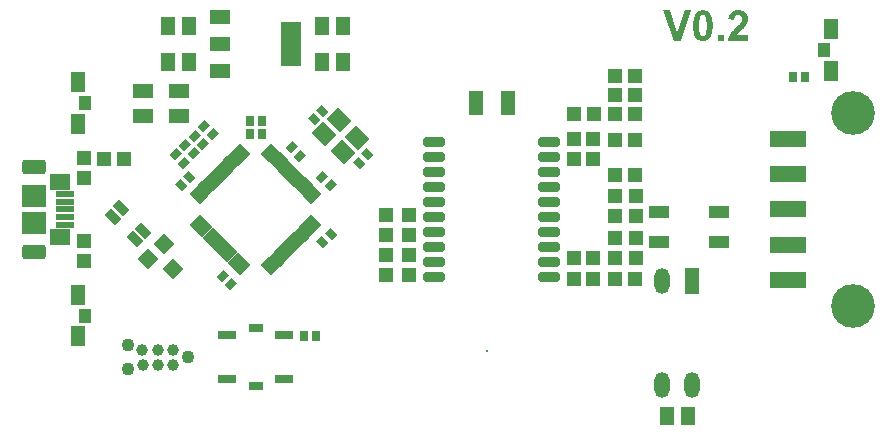
<source format=gts>
G04 Layer_Color=8388736*
%FSLAX44Y44*%
%MOMM*%
G71*
G01*
G75*
G04:AMPARAMS|DCode=54|XSize=0.8382mm|YSize=0.7032mm|CornerRadius=0mm|HoleSize=0mm|Usage=FLASHONLY|Rotation=225.000|XOffset=0mm|YOffset=0mm|HoleType=Round|Shape=Rectangle|*
%AMROTATEDRECTD54*
4,1,4,0.0477,0.5450,0.5450,0.0477,-0.0477,-0.5450,-0.5450,-0.0477,0.0477,0.5450,0.0*
%
%ADD54ROTATEDRECTD54*%

G04:AMPARAMS|DCode=55|XSize=0.8382mm|YSize=0.7032mm|CornerRadius=0mm|HoleSize=0mm|Usage=FLASHONLY|Rotation=315.000|XOffset=0mm|YOffset=0mm|HoleType=Round|Shape=Rectangle|*
%AMROTATEDRECTD55*
4,1,4,-0.5450,0.0477,-0.0477,0.5450,0.5450,-0.0477,0.0477,-0.5450,-0.5450,0.0477,0.0*
%
%ADD55ROTATEDRECTD55*%

%ADD56R,0.7032X0.8382*%
%ADD57R,1.2032X1.3032*%
%ADD58R,1.3032X1.2032*%
%ADD59R,1.3032X1.6032*%
%ADD60P,1.7016X4X270.0*%
%ADD61R,1.7032X1.3032*%
G04:AMPARAMS|DCode=62|XSize=0.5232mm|YSize=1.2032mm|CornerRadius=0mm|HoleSize=0mm|Usage=FLASHONLY|Rotation=315.000|XOffset=0mm|YOffset=0mm|HoleType=Round|Shape=Rectangle|*
%AMROTATEDRECTD62*
4,1,4,-0.6104,-0.2404,0.2404,0.6104,0.6104,0.2404,-0.2404,-0.6104,-0.6104,-0.2404,0.0*
%
%ADD62ROTATEDRECTD62*%

G04:AMPARAMS|DCode=63|XSize=0.5232mm|YSize=1.2032mm|CornerRadius=0mm|HoleSize=0mm|Usage=FLASHONLY|Rotation=225.000|XOffset=0mm|YOffset=0mm|HoleType=Round|Shape=Rectangle|*
%AMROTATEDRECTD63*
4,1,4,-0.2404,0.6104,0.6104,-0.2404,0.2404,-0.6104,-0.6104,0.2404,-0.2404,0.6104,0.0*
%
%ADD63ROTATEDRECTD63*%

G04:AMPARAMS|DCode=64|XSize=1.8532mm|YSize=0.8032mm|CornerRadius=0.1616mm|HoleSize=0mm|Usage=FLASHONLY|Rotation=0.000|XOffset=0mm|YOffset=0mm|HoleType=Round|Shape=RoundedRectangle|*
%AMROUNDEDRECTD64*
21,1,1.8532,0.4800,0,0,0.0*
21,1,1.5300,0.8032,0,0,0.0*
1,1,0.3232,0.7650,-0.2400*
1,1,0.3232,-0.7650,-0.2400*
1,1,0.3232,-0.7650,0.2400*
1,1,0.3232,0.7650,0.2400*
%
%ADD64ROUNDEDRECTD64*%
%ADD65R,2.1032X1.9532*%
%ADD66R,1.6032X0.6032*%
%ADD67R,1.6532X1.3532*%
%ADD68R,1.2032X0.6532*%
%ADD69R,1.6032X0.8032*%
%ADD70R,3.1232X1.4732*%
%ADD71O,1.3032X2.2032*%
%ADD72R,1.3032X2.2032*%
%ADD73C,0.9932*%
%ADD74R,1.7032X1.0532*%
G04:AMPARAMS|DCode=75|XSize=0.8032mm|YSize=1.3032mm|CornerRadius=0mm|HoleSize=0mm|Usage=FLASHONLY|Rotation=45.000|XOffset=0mm|YOffset=0mm|HoleType=Round|Shape=Rectangle|*
%AMROTATEDRECTD75*
4,1,4,0.1768,-0.7447,-0.7447,0.1768,-0.1768,0.7447,0.7447,-0.1768,0.1768,-0.7447,0.0*
%
%ADD75ROTATEDRECTD75*%

%ADD76R,1.2032X1.7032*%
%ADD77R,1.1032X1.2032*%
%ADD78R,1.3032X2.0032*%
%ADD79R,1.8032X3.7032*%
%ADD80R,1.8032X1.2032*%
G04:AMPARAMS|DCode=81|XSize=1.6032mm|YSize=1.4032mm|CornerRadius=0mm|HoleSize=0mm|Usage=FLASHONLY|Rotation=135.000|XOffset=0mm|YOffset=0mm|HoleType=Round|Shape=Rectangle|*
%AMROTATEDRECTD81*
4,1,4,1.0629,-0.0707,0.0707,-1.0629,-1.0629,0.0707,-0.0707,1.0629,1.0629,-0.0707,0.0*
%
%ADD81ROTATEDRECTD81*%

%ADD82C,0.2032*%
G04:AMPARAMS|DCode=83|XSize=2.1032mm|YSize=1.2532mm|CornerRadius=0.3641mm|HoleSize=0mm|Usage=FLASHONLY|Rotation=0.000|XOffset=0mm|YOffset=0mm|HoleType=Round|Shape=RoundedRectangle|*
%AMROUNDEDRECTD83*
21,1,2.1032,0.5250,0,0,0.0*
21,1,1.3750,1.2532,0,0,0.0*
1,1,0.7282,0.6875,-0.2625*
1,1,0.7282,-0.6875,-0.2625*
1,1,0.7282,-0.6875,0.2625*
1,1,0.7282,0.6875,0.2625*
%
%ADD83ROUNDEDRECTD83*%
%ADD84C,3.7032*%
%ADD85C,1.1032*%
G36*
X596291Y143000D02*
X591366D01*
Y147925D01*
X596291D01*
Y143000D01*
D02*
G37*
G36*
X579330Y168738D02*
X579626Y168701D01*
X579996Y168627D01*
X580367Y168553D01*
X580811Y168442D01*
X581292Y168294D01*
X581737Y168109D01*
X582218Y167923D01*
X582700Y167664D01*
X583181Y167331D01*
X583663Y166998D01*
X584107Y166590D01*
X584514Y166109D01*
X584552Y166072D01*
X584626Y165961D01*
X584737Y165775D01*
X584922Y165516D01*
X585107Y165146D01*
X585329Y164701D01*
X585551Y164220D01*
X585774Y163591D01*
X585996Y162924D01*
X586255Y162146D01*
X586440Y161294D01*
X586625Y160331D01*
X586810Y159295D01*
X586922Y158184D01*
X586996Y156961D01*
X587033Y155628D01*
Y155591D01*
Y155554D01*
Y155443D01*
Y155295D01*
Y154925D01*
X586996Y154443D01*
X586959Y153851D01*
X586885Y153147D01*
X586810Y152406D01*
X586736Y151592D01*
X586588Y150740D01*
X586403Y149851D01*
X586218Y148999D01*
X585959Y148148D01*
X585700Y147296D01*
X585329Y146518D01*
X584959Y145778D01*
X584514Y145148D01*
X584477Y145111D01*
X584403Y145037D01*
X584292Y144889D01*
X584144Y144741D01*
X583922Y144555D01*
X583663Y144333D01*
X583329Y144074D01*
X582996Y143852D01*
X582589Y143593D01*
X582181Y143333D01*
X581700Y143111D01*
X581181Y142926D01*
X580626Y142778D01*
X579996Y142630D01*
X579367Y142556D01*
X578700Y142519D01*
X578552D01*
X578330Y142556D01*
X578071D01*
X577774Y142593D01*
X577404Y142667D01*
X576997Y142741D01*
X576552Y142889D01*
X576071Y143037D01*
X575589Y143222D01*
X575071Y143444D01*
X574590Y143741D01*
X574071Y144037D01*
X573590Y144444D01*
X573108Y144852D01*
X572664Y145370D01*
X572627Y145407D01*
X572553Y145518D01*
X572442Y145703D01*
X572331Y145926D01*
X572145Y146259D01*
X571960Y146666D01*
X571738Y147185D01*
X571553Y147740D01*
X571331Y148407D01*
X571108Y149148D01*
X570923Y149999D01*
X570775Y150925D01*
X570627Y151962D01*
X570516Y153110D01*
X570442Y154332D01*
X570405Y155665D01*
Y155702D01*
Y155739D01*
Y155850D01*
Y155999D01*
Y156369D01*
X570442Y156850D01*
X570479Y157443D01*
X570553Y158147D01*
X570627Y158887D01*
X570701Y159702D01*
X570849Y160554D01*
X570997Y161406D01*
X571219Y162294D01*
X571442Y163146D01*
X571738Y163961D01*
X572071Y164739D01*
X572442Y165479D01*
X572886Y166109D01*
X572923Y166146D01*
X572997Y166220D01*
X573108Y166368D01*
X573293Y166516D01*
X573479Y166738D01*
X573738Y166961D01*
X574071Y167183D01*
X574404Y167442D01*
X574812Y167701D01*
X575219Y167923D01*
X575700Y168146D01*
X576219Y168368D01*
X576774Y168516D01*
X577404Y168664D01*
X578034Y168738D01*
X578700Y168775D01*
X579071D01*
X579330Y168738D01*
D02*
G37*
G36*
X609364D02*
X609697Y168701D01*
X610067Y168664D01*
X610475Y168590D01*
X610919Y168516D01*
X611882Y168257D01*
X612845Y167886D01*
X613363Y167664D01*
X613808Y167405D01*
X614289Y167072D01*
X614697Y166701D01*
X614734Y166664D01*
X614808Y166627D01*
X614882Y166479D01*
X615030Y166331D01*
X615215Y166146D01*
X615400Y165886D01*
X615585Y165627D01*
X615807Y165294D01*
X616178Y164553D01*
X616548Y163702D01*
X616696Y163220D01*
X616770Y162702D01*
X616844Y162146D01*
X616881Y161591D01*
Y161517D01*
Y161294D01*
X616844Y160961D01*
X616807Y160554D01*
X616733Y160035D01*
X616622Y159480D01*
X616474Y158887D01*
X616252Y158295D01*
X616215Y158221D01*
X616141Y158035D01*
X615993Y157702D01*
X615770Y157295D01*
X615511Y156813D01*
X615178Y156258D01*
X614771Y155665D01*
X614289Y155036D01*
X614252Y154999D01*
X614104Y154814D01*
X613882Y154554D01*
X613549Y154184D01*
X613104Y153740D01*
X612549Y153147D01*
X611882Y152517D01*
X611067Y151740D01*
X611030Y151703D01*
X610956Y151666D01*
X610845Y151555D01*
X610697Y151406D01*
X610289Y151036D01*
X609808Y150592D01*
X609327Y150110D01*
X608845Y149629D01*
X608401Y149222D01*
X608253Y149036D01*
X608105Y148888D01*
X608068Y148851D01*
X607994Y148777D01*
X607882Y148629D01*
X607734Y148444D01*
X607401Y148036D01*
X607105Y147555D01*
X616881D01*
Y143000D01*
X599661D01*
Y143037D01*
Y143111D01*
X599698Y143259D01*
X599735Y143444D01*
X599772Y143667D01*
X599809Y143926D01*
X599957Y144592D01*
X600179Y145333D01*
X600476Y146148D01*
X600846Y147037D01*
X601328Y147888D01*
Y147925D01*
X601402Y147999D01*
X601476Y148148D01*
X601624Y148296D01*
X601772Y148555D01*
X601994Y148814D01*
X602253Y149148D01*
X602550Y149518D01*
X602883Y149962D01*
X603290Y150407D01*
X603735Y150925D01*
X604253Y151481D01*
X604809Y152036D01*
X605438Y152666D01*
X606105Y153332D01*
X606845Y154036D01*
X606883Y154073D01*
X606994Y154184D01*
X607142Y154332D01*
X607364Y154554D01*
X607660Y154777D01*
X607956Y155073D01*
X608623Y155739D01*
X609290Y156443D01*
X609956Y157147D01*
X610252Y157443D01*
X610549Y157776D01*
X610771Y158035D01*
X610919Y158258D01*
X610956Y158332D01*
X611067Y158517D01*
X611252Y158813D01*
X611438Y159221D01*
X611623Y159665D01*
X611808Y160183D01*
X611919Y160702D01*
X611956Y161257D01*
Y161294D01*
Y161331D01*
Y161517D01*
X611919Y161850D01*
X611845Y162220D01*
X611734Y162628D01*
X611586Y163035D01*
X611363Y163442D01*
X611067Y163813D01*
X611030Y163850D01*
X610919Y163961D01*
X610697Y164109D01*
X610438Y164257D01*
X610067Y164405D01*
X609660Y164553D01*
X609179Y164664D01*
X608623Y164701D01*
X608364D01*
X608068Y164664D01*
X607734Y164590D01*
X607327Y164479D01*
X606920Y164294D01*
X606512Y164072D01*
X606142Y163776D01*
X606105Y163739D01*
X605994Y163591D01*
X605845Y163368D01*
X605697Y163035D01*
X605512Y162628D01*
X605364Y162072D01*
X605216Y161443D01*
X605142Y160702D01*
X600253Y161183D01*
Y161220D01*
X600291Y161369D01*
Y161554D01*
X600365Y161850D01*
X600402Y162183D01*
X600513Y162554D01*
X600624Y162961D01*
X600735Y163442D01*
X601105Y164368D01*
X601550Y165331D01*
X601846Y165812D01*
X602179Y166257D01*
X602550Y166627D01*
X602957Y166998D01*
X602994Y167034D01*
X603068Y167072D01*
X603179Y167146D01*
X603364Y167294D01*
X603587Y167405D01*
X603883Y167553D01*
X604179Y167738D01*
X604549Y167886D01*
X604957Y168071D01*
X605401Y168220D01*
X606364Y168516D01*
X607512Y168701D01*
X608105Y168738D01*
X608734Y168775D01*
X609104D01*
X609364Y168738D01*
D02*
G37*
G36*
X559776Y143000D02*
X554184D01*
X545000Y168627D01*
X550592D01*
X557110Y149666D01*
X563368Y168627D01*
X568886D01*
X559776Y143000D01*
D02*
G37*
%LPC*%
G36*
X578700Y164701D02*
X578552D01*
X578367Y164664D01*
X578182Y164627D01*
X577923Y164553D01*
X577663Y164442D01*
X577367Y164294D01*
X577108Y164109D01*
X577071Y164072D01*
X576997Y163998D01*
X576886Y163850D01*
X576738Y163664D01*
X576552Y163368D01*
X576404Y163035D01*
X576219Y162591D01*
X576071Y162072D01*
Y162035D01*
X576034Y161998D01*
Y161850D01*
X575997Y161702D01*
X575960Y161480D01*
X575923Y161220D01*
X575886Y160924D01*
X575849Y160554D01*
X575775Y160109D01*
X575738Y159665D01*
X575700Y159109D01*
X575663Y158554D01*
X575626Y157887D01*
Y157221D01*
X575589Y156443D01*
Y155628D01*
Y155591D01*
Y155443D01*
Y155184D01*
Y154888D01*
Y154517D01*
X575626Y154110D01*
Y153629D01*
X575663Y153147D01*
X575700Y152110D01*
X575775Y151073D01*
X575812Y150592D01*
X575886Y150147D01*
X575960Y149740D01*
X576034Y149370D01*
X576071Y149296D01*
X576108Y149110D01*
X576219Y148814D01*
X576330Y148481D01*
X576515Y148111D01*
X576700Y147740D01*
X576923Y147407D01*
X577145Y147148D01*
X577182Y147111D01*
X577256Y147074D01*
X577404Y146962D01*
X577589Y146889D01*
X577811Y146777D01*
X578071Y146666D01*
X578367Y146629D01*
X578700Y146592D01*
X578848D01*
X579034Y146629D01*
X579219Y146666D01*
X579478Y146740D01*
X579737Y146814D01*
X579996Y146962D01*
X580256Y147148D01*
X580293Y147185D01*
X580367Y147259D01*
X580515Y147407D01*
X580663Y147629D01*
X580811Y147888D01*
X580996Y148259D01*
X581181Y148666D01*
X581330Y149185D01*
Y149222D01*
X581367Y149259D01*
Y149407D01*
X581404Y149555D01*
X581441Y149777D01*
X581478Y150036D01*
X581552Y150333D01*
X581589Y150703D01*
X581626Y151110D01*
X581700Y151592D01*
X581737Y152110D01*
X581774Y152703D01*
X581811Y153332D01*
Y154036D01*
X581848Y154814D01*
Y155628D01*
Y155665D01*
Y155814D01*
Y156073D01*
Y156369D01*
Y156739D01*
X581811Y157147D01*
Y157628D01*
X581774Y158110D01*
X581737Y159146D01*
X581663Y160146D01*
X581589Y160628D01*
X581515Y161109D01*
X581441Y161517D01*
X581367Y161850D01*
Y161887D01*
X581330Y161924D01*
X581292Y162109D01*
X581181Y162405D01*
X581070Y162776D01*
X580885Y163146D01*
X580700Y163516D01*
X580478Y163850D01*
X580256Y164109D01*
X580219Y164146D01*
X580145Y164220D01*
X579996Y164294D01*
X579811Y164405D01*
X579589Y164516D01*
X579330Y164627D01*
X579034Y164664D01*
X578700Y164701D01*
D02*
G37*
%LPD*%
D54*
X230464Y52536D02*
D03*
X237535Y45465D02*
D03*
X256465Y27536D02*
D03*
X263535Y20464D02*
D03*
X172465Y-56465D02*
D03*
X179536Y-63535D02*
D03*
X140464Y54535D02*
D03*
X147535Y47464D02*
D03*
X148464Y62536D02*
D03*
X155535Y55465D02*
D03*
X132465Y46536D02*
D03*
X139536Y39464D02*
D03*
X156465Y70535D02*
D03*
X163535Y63464D02*
D03*
D55*
X143535Y27536D02*
D03*
X136465Y20464D02*
D03*
X256465Y-27536D02*
D03*
X263535Y-20464D02*
D03*
X256535Y83535D02*
D03*
X249464Y76465D02*
D03*
X287465Y39464D02*
D03*
X294536Y46536D02*
D03*
D56*
X195000Y64000D02*
D03*
X205000D02*
D03*
Y75000D02*
D03*
X195000D02*
D03*
X251000Y-107000D02*
D03*
X241000D02*
D03*
X665000Y112000D02*
D03*
X655000D02*
D03*
D57*
X330000Y-21500D02*
D03*
Y-4500D02*
D03*
X310000Y-21500D02*
D03*
Y-4500D02*
D03*
Y-55500D02*
D03*
Y-38500D02*
D03*
X330000Y-55500D02*
D03*
Y-38500D02*
D03*
X470000Y59500D02*
D03*
Y42500D02*
D03*
X486000Y59500D02*
D03*
Y42500D02*
D03*
Y-58500D02*
D03*
Y-41500D02*
D03*
X522000Y11500D02*
D03*
Y-5500D02*
D03*
Y-41500D02*
D03*
Y-24500D02*
D03*
X470000Y-58500D02*
D03*
Y-41500D02*
D03*
X55000Y26500D02*
D03*
Y43500D02*
D03*
Y-43500D02*
D03*
Y-26500D02*
D03*
X504000Y11500D02*
D03*
Y-5500D02*
D03*
Y-41500D02*
D03*
Y-24500D02*
D03*
D58*
X521500Y29000D02*
D03*
X504500D02*
D03*
X504500Y97000D02*
D03*
X521500D02*
D03*
X521500Y-59000D02*
D03*
X504500D02*
D03*
X88500Y43000D02*
D03*
X71500D02*
D03*
X504500Y59000D02*
D03*
X521500D02*
D03*
X521500Y113000D02*
D03*
X504500D02*
D03*
X521500Y81000D02*
D03*
X504500D02*
D03*
X469500D02*
D03*
X486500D02*
D03*
D59*
X143750Y125000D02*
D03*
X126250D02*
D03*
X143750Y155000D02*
D03*
X126250D02*
D03*
X256250Y125000D02*
D03*
X273750D02*
D03*
X256250Y155000D02*
D03*
X273750D02*
D03*
X565750Y-175000D02*
D03*
X548250D02*
D03*
D60*
X130425Y-50425D02*
D03*
X108858Y-42293D02*
D03*
X122293Y-28858D02*
D03*
D61*
X105000Y79500D02*
D03*
Y100500D02*
D03*
X135000Y79500D02*
D03*
Y100500D02*
D03*
D62*
X249568Y10677D02*
D03*
X246033Y14213D02*
D03*
X242497Y17748D02*
D03*
X238962Y21284D02*
D03*
X235426Y24820D02*
D03*
X231891Y28355D02*
D03*
X228355Y31890D02*
D03*
X224820Y35426D02*
D03*
X221284Y38962D02*
D03*
X217748Y42497D02*
D03*
X214213Y46033D02*
D03*
X210677Y49568D02*
D03*
X150432Y-10677D02*
D03*
X153967Y-14213D02*
D03*
X157503Y-17748D02*
D03*
X161038Y-21284D02*
D03*
X164574Y-24820D02*
D03*
X168109Y-28355D02*
D03*
X171645Y-31890D02*
D03*
X175180Y-35426D02*
D03*
X178716Y-38962D02*
D03*
X182252Y-42497D02*
D03*
X185787Y-46033D02*
D03*
X189323Y-49568D02*
D03*
D63*
Y49568D02*
D03*
X185787Y46033D02*
D03*
X182252Y42497D02*
D03*
X178716Y38962D02*
D03*
X175180Y35426D02*
D03*
X171645Y31890D02*
D03*
X168109Y28355D02*
D03*
X164574Y24820D02*
D03*
X161038Y21284D02*
D03*
X157503Y17748D02*
D03*
X153967Y14213D02*
D03*
X150432Y10677D02*
D03*
X210677Y-49568D02*
D03*
X214213Y-46033D02*
D03*
X217748Y-42497D02*
D03*
X221284Y-38962D02*
D03*
X224820Y-35426D02*
D03*
X228355Y-31890D02*
D03*
X231891Y-28355D02*
D03*
X235426Y-24820D02*
D03*
X238962Y-21284D02*
D03*
X242497Y-17748D02*
D03*
X246033Y-14213D02*
D03*
X249568Y-10677D02*
D03*
D64*
X448750Y57150D02*
D03*
Y-57150D02*
D03*
X351250D02*
D03*
Y-44450D02*
D03*
Y19050D02*
D03*
Y31750D02*
D03*
Y44450D02*
D03*
Y57150D02*
D03*
Y-31750D02*
D03*
Y-19050D02*
D03*
Y-6350D02*
D03*
Y6350D02*
D03*
X448750D02*
D03*
Y19050D02*
D03*
Y31750D02*
D03*
Y44450D02*
D03*
Y-44450D02*
D03*
Y-31750D02*
D03*
Y-19050D02*
D03*
Y-6350D02*
D03*
D65*
X12500Y-11250D02*
D03*
Y11250D02*
D03*
D66*
X39000Y0D02*
D03*
Y6500D02*
D03*
Y13000D02*
D03*
Y-6500D02*
D03*
Y-13000D02*
D03*
D67*
X34800Y23500D02*
D03*
Y-23500D02*
D03*
D68*
X200000Y-149500D02*
D03*
Y-100500D02*
D03*
D69*
X224000Y-143500D02*
D03*
Y-106500D02*
D03*
X176000D02*
D03*
Y-143500D02*
D03*
D70*
X651000Y-60000D02*
D03*
Y-30000D02*
D03*
Y0D02*
D03*
Y60000D02*
D03*
Y30000D02*
D03*
D71*
X544300Y-149000D02*
D03*
X569700D02*
D03*
X544300Y-61000D02*
D03*
D72*
X569700D02*
D03*
D73*
X104300Y-131350D02*
D03*
X103500Y-118650D02*
D03*
X117000Y-131350D02*
D03*
Y-118650D02*
D03*
X129700Y-131350D02*
D03*
Y-118650D02*
D03*
D74*
X592500Y-2500D02*
D03*
X541500D02*
D03*
Y-27500D02*
D03*
X592500D02*
D03*
D75*
X85990Y1081D02*
D03*
X78918Y-5990D02*
D03*
X105082Y-18010D02*
D03*
X98010Y-25082D02*
D03*
D76*
X50000Y-107500D02*
D03*
Y-72500D02*
D03*
Y72500D02*
D03*
Y107500D02*
D03*
X687000Y152500D02*
D03*
Y117500D02*
D03*
D77*
X55500Y-90000D02*
D03*
Y90000D02*
D03*
X681500Y135000D02*
D03*
D78*
X386500Y90000D02*
D03*
X413500D02*
D03*
D79*
X230000Y140000D02*
D03*
D80*
X170000Y117000D02*
D03*
Y140000D02*
D03*
Y163000D02*
D03*
D81*
X273768Y48211D02*
D03*
X285789Y60232D02*
D03*
X258211Y63768D02*
D03*
X270232Y75789D02*
D03*
D82*
X396000Y-120000D02*
D03*
D83*
X12500Y-35750D02*
D03*
Y35750D02*
D03*
D84*
X705700Y-81500D02*
D03*
Y81500D02*
D03*
D85*
X91600Y-114840D02*
D03*
Y-135160D02*
D03*
X142400Y-125000D02*
D03*
M02*

</source>
